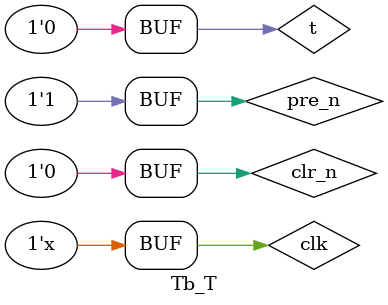
<source format=v>
`timescale 1ns / 1ps


module Tb_T();
    reg clk;
    reg pre_n;
    reg clr_n;
    reg t;
    
    wire qb, qb_;
    wire qd, qd_;
    wire qs, qs_;
    wire qdf, qdf_;
    
    T_Flipflop_Behavioral T_B(.q(qb), .q_(qb_), .clk(clk), .pre_n(pre_n), .clr_n(clr_n), .t(t));
    T_Flipflop_Dataflow T_D(.q(qd), .q_(qd_), .clk(clk), .pre_n(pre_n), .clr_n(clr_n), .t(t));
    T_Flipflop_Structural T_S(.q(qs), .q_(qs_), .clk(clk), .pre_n(pre_n), .clr_n(clr_n), .t(t));
    T_Flipflop_with_D_FF T_DF(.q(qdf), .q_(qdf_), .clk(clk), .pre_n(pre_n), .clr_n(clr_n), .t(t));
    
    always
        #20 clk = ~clk;
        
    initial
    begin
        clk = 1'b0;
        pre_n = 1'b0;
        clr_n = 1'b0;
        t = 1'b0;
    end
    
    initial
    begin
        #60 pre_n = 1'b1;
        #120 pre_n = 1'b0; clr_n = 1'b1;
        #60 pre_n = 1'b1; clr_n = 1'b1;
        #40 t = 1'b1;
        #40 t = 1'b0;
        #40 t = 1'b0;
        #40 t = 1'b1;
        #40 t = 1'b1;
        #40 t = 1'b0;
        #20 clr_n = 1'b0;
    end
endmodule

</source>
